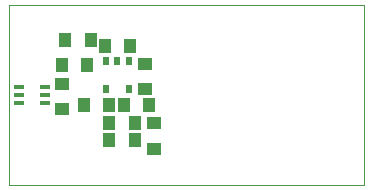
<source format=gbr>
G04 PROTEUS GERBER X2 FILE*
%TF.GenerationSoftware,Labcenter,Proteus,8.5-SP0-Build22067*%
%TF.CreationDate,2018-05-09T22:16:53+00:00*%
%TF.FileFunction,Paste,Bot*%
%TF.FilePolarity,Positive*%
%TF.Part,Single*%
%FSLAX45Y45*%
%MOMM*%
G01*
%TA.AperFunction,Material*%
%ADD64R,0.508000X0.635000*%
%ADD57R,1.016000X1.270000*%
%ADD62R,1.270000X1.016000*%
%ADD65R,0.889000X0.406400*%
%TA.AperFunction,Profile*%
%ADD28C,0.101600*%
D64*
X-669880Y+290320D03*
X-575900Y+290320D03*
X-479380Y+290320D03*
X-479380Y+51560D03*
X-669880Y+51560D03*
D57*
X-1016720Y+463480D03*
X-803360Y+463480D03*
X-683360Y+413480D03*
X-470000Y+413480D03*
D62*
X-343360Y+263480D03*
X-343360Y+50120D03*
D57*
X-310000Y-86520D03*
X-523360Y-86520D03*
X-863360Y-86520D03*
X-650000Y-86520D03*
X-1043360Y+253480D03*
X-830000Y+253480D03*
D65*
X-1190000Y+65000D03*
X-1190000Y+0D03*
X-1190000Y-65000D03*
X-1410000Y-65000D03*
X-1410000Y+0D03*
X-1410000Y+65000D03*
D62*
X-1043360Y-119880D03*
X-1043360Y+93480D03*
X-270000Y-453360D03*
X-270000Y-240000D03*
D57*
X-643360Y-236520D03*
X-430000Y-236520D03*
X-643360Y-376520D03*
X-430000Y-376520D03*
D28*
X-1490000Y-760000D02*
X+1510000Y-760000D01*
X+1510000Y+760000D01*
X-1490000Y+760000D01*
X-1490000Y-760000D01*
M02*

</source>
